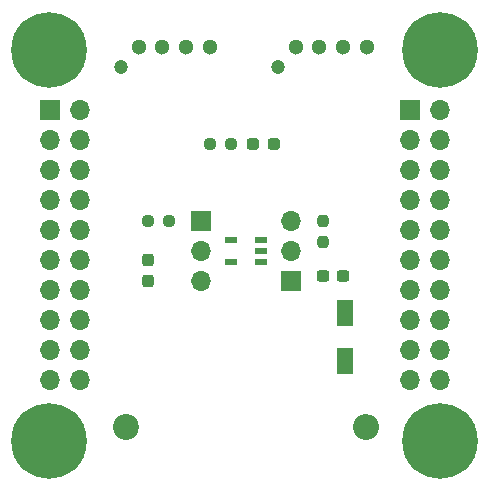
<source format=gbr>
%TF.GenerationSoftware,KiCad,Pcbnew,7.0.9*%
%TF.CreationDate,2023-12-29T11:45:24+09:00*%
%TF.ProjectId,CAT4238_Unit,43415434-3233-4385-9f55-6e69742e6b69,rev?*%
%TF.SameCoordinates,Original*%
%TF.FileFunction,Soldermask,Top*%
%TF.FilePolarity,Negative*%
%FSLAX46Y46*%
G04 Gerber Fmt 4.6, Leading zero omitted, Abs format (unit mm)*
G04 Created by KiCad (PCBNEW 7.0.9) date 2023-12-29 11:45:24*
%MOMM*%
%LPD*%
G01*
G04 APERTURE LIST*
G04 Aperture macros list*
%AMRoundRect*
0 Rectangle with rounded corners*
0 $1 Rounding radius*
0 $2 $3 $4 $5 $6 $7 $8 $9 X,Y pos of 4 corners*
0 Add a 4 corners polygon primitive as box body*
4,1,4,$2,$3,$4,$5,$6,$7,$8,$9,$2,$3,0*
0 Add four circle primitives for the rounded corners*
1,1,$1+$1,$2,$3*
1,1,$1+$1,$4,$5*
1,1,$1+$1,$6,$7*
1,1,$1+$1,$8,$9*
0 Add four rect primitives between the rounded corners*
20,1,$1+$1,$2,$3,$4,$5,0*
20,1,$1+$1,$4,$5,$6,$7,0*
20,1,$1+$1,$6,$7,$8,$9,0*
20,1,$1+$1,$8,$9,$2,$3,0*%
G04 Aperture macros list end*
%ADD10R,1.700000X1.700000*%
%ADD11O,1.700000X1.700000*%
%ADD12C,0.800000*%
%ADD13C,6.400000*%
%ADD14C,2.200000*%
%ADD15O,2.200000X2.200000*%
%ADD16C,1.200000*%
%ADD17C,1.300000*%
%ADD18RoundRect,0.237500X0.237500X-0.300000X0.237500X0.300000X-0.237500X0.300000X-0.237500X-0.300000X0*%
%ADD19R,1.050000X0.550000*%
%ADD20RoundRect,0.237500X0.287500X0.237500X-0.287500X0.237500X-0.287500X-0.237500X0.287500X-0.237500X0*%
%ADD21R,1.450000X2.200000*%
%ADD22RoundRect,0.237500X0.250000X0.237500X-0.250000X0.237500X-0.250000X-0.237500X0.250000X-0.237500X0*%
%ADD23RoundRect,0.237500X0.300000X0.237500X-0.300000X0.237500X-0.300000X-0.237500X0.300000X-0.237500X0*%
%ADD24RoundRect,0.237500X-0.237500X0.250000X-0.237500X-0.250000X0.237500X-0.250000X0.237500X0.250000X0*%
G04 APERTURE END LIST*
D10*
%TO.C,J5*%
X135890000Y-81240000D03*
D11*
X138430000Y-81240000D03*
X135890000Y-83780000D03*
X138430000Y-83780000D03*
X135890000Y-86320000D03*
X138430000Y-86320000D03*
X135890000Y-88860000D03*
X138430000Y-88860000D03*
X135890000Y-91400000D03*
X138430000Y-91400000D03*
X135890000Y-93940000D03*
X138430000Y-93940000D03*
X135890000Y-96480000D03*
X138430000Y-96480000D03*
X135890000Y-99020000D03*
X138430000Y-99020000D03*
X135890000Y-101560000D03*
X138430000Y-101560000D03*
X135890000Y-104100000D03*
X138430000Y-104100000D03*
%TD*%
D12*
%TO.C,H2*%
X133450000Y-109220000D03*
X134152944Y-107522944D03*
X134152944Y-110917056D03*
X135850000Y-106820000D03*
D13*
X135850000Y-109220000D03*
D12*
X135850000Y-111620000D03*
X137547056Y-107522944D03*
X137547056Y-110917056D03*
X138250000Y-109220000D03*
%TD*%
D14*
%TO.C,L1*%
X142340000Y-108100000D03*
D15*
X162660000Y-108100000D03*
%TD*%
D12*
%TO.C,H1*%
X133450000Y-76120000D03*
X134152944Y-74422944D03*
X134152944Y-77817056D03*
X135850000Y-73720000D03*
D13*
X135850000Y-76120000D03*
D12*
X135850000Y-78520000D03*
X137547056Y-74422944D03*
X137547056Y-77817056D03*
X138250000Y-76120000D03*
%TD*%
D10*
%TO.C,J6*%
X166370000Y-81240000D03*
D11*
X168910000Y-81240000D03*
X166370000Y-83780000D03*
X168910000Y-83780000D03*
X166370000Y-86320000D03*
X168910000Y-86320000D03*
X166370000Y-88860000D03*
X168910000Y-88860000D03*
X166370000Y-91400000D03*
X168910000Y-91400000D03*
X166370000Y-93940000D03*
X168910000Y-93940000D03*
X166370000Y-96480000D03*
X168910000Y-96480000D03*
X166370000Y-99020000D03*
X168910000Y-99020000D03*
X166370000Y-101560000D03*
X168910000Y-101560000D03*
X166370000Y-104100000D03*
X168910000Y-104100000D03*
%TD*%
D16*
%TO.C,J2*%
X141900000Y-77600000D03*
D17*
X143400000Y-75900000D03*
X145400000Y-75900000D03*
X147400000Y-75900000D03*
X149400000Y-75900000D03*
%TD*%
D18*
%TO.C,C2*%
X144175000Y-95700000D03*
X144175000Y-93975000D03*
%TD*%
D19*
%TO.C,IC1*%
X153790000Y-94110000D03*
X153790000Y-93160000D03*
X153790000Y-92210000D03*
X151190000Y-92210000D03*
X151190000Y-94110000D03*
%TD*%
D20*
%TO.C,D1*%
X154850000Y-84150000D03*
X153100000Y-84150000D03*
%TD*%
D21*
%TO.C,D2*%
X160900000Y-98400000D03*
X160900000Y-102500000D03*
%TD*%
D12*
%TO.C,H3*%
X166550000Y-76120000D03*
X167252944Y-74422944D03*
X167252944Y-77817056D03*
X168950000Y-73720000D03*
D13*
X168950000Y-76120000D03*
D12*
X168950000Y-78520000D03*
X170647056Y-74422944D03*
X170647056Y-77817056D03*
X171350000Y-76120000D03*
%TD*%
D22*
%TO.C,R3*%
X151232500Y-84150000D03*
X149407500Y-84150000D03*
%TD*%
D10*
%TO.C,J3*%
X148680000Y-90620000D03*
D11*
X148680000Y-93160000D03*
X148680000Y-95700000D03*
%TD*%
D16*
%TO.C,J1*%
X155200000Y-77600000D03*
D17*
X156700000Y-75900000D03*
X158700000Y-75900000D03*
X160700000Y-75900000D03*
X162700000Y-75900000D03*
%TD*%
D12*
%TO.C,H4*%
X166550000Y-109220000D03*
X167252944Y-107522944D03*
X167252944Y-110917056D03*
X168950000Y-106820000D03*
D13*
X168950000Y-109220000D03*
D12*
X168950000Y-111620000D03*
X170647056Y-107522944D03*
X170647056Y-110917056D03*
X171350000Y-109220000D03*
%TD*%
D22*
%TO.C,R2*%
X146000000Y-90620000D03*
X144175000Y-90620000D03*
%TD*%
D23*
%TO.C,C1*%
X160700000Y-95300000D03*
X158975000Y-95300000D03*
%TD*%
D24*
%TO.C,R1*%
X158975000Y-90625000D03*
X158975000Y-92450000D03*
%TD*%
D10*
%TO.C,J4*%
X156300000Y-95700000D03*
D11*
X156300000Y-93160000D03*
X156300000Y-90620000D03*
%TD*%
M02*

</source>
